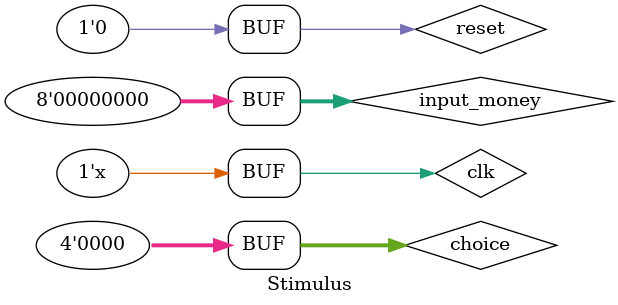
<source format=v>
module Stimulus();


reg clk, reset ;
reg [7:0] input_money ;
reg [3:0]  choice ;

wire [7:0] total_money ;
wire [3:0] give ; 
wire [7:0] refund ;


VendingMachine vm( input_money, choice, total_money, give, refund, clk, reset );


initial clk = 1'b1;
initial input_money = 8'b0 ;
initial choice = 3'b0 ;
always #5 clk = ~clk;

initial
begin
	
	reset = 1'b0 ;
	
	///*test1
	#10 input_money = 10 ;//投入十元
	#10 input_money = 1 ;//投入一元
	#10 input_money = 10 ;//投入十元
	#10 input_money = 0 ;
	#10 choice = 3 ;//選擇購買咖啡
	#10 choice = 0 ;
	//*/
	
	///*test2
	#10 input_money = 5 ;
	#10 input_money = 10 ;
	#10 input_money = 0 ;
	#10 reset = 1'b1 ;
	#5 reset = 1'b0 ;
	#5 input_money = 10 ;
	#10 input_money = 10 ;
	#10 input_money = 1 ;
	#10 input_money = 1 ;
	#10 input_money = 1 ;
	#10 input_money = 1 ;
	#10 input_money = 1 ;
	#10 input_money = 0 ;
	#10 choice = 4 ;
	#10 choice = 0 ;
	//*/
	
	///*test3
	#10 input_money = 5 ;
	#10 input_money = 10 ;
	#10 input_money = 0 ;
	#10 reset = 1'b1 ;
	#5 reset = 1'b0 ;
	#5 input_money = 10 ;
	#10 input_money = 10 ;
	#10 input_money = 0 ;
	#10 choice = 2 ;
	#10 choice = 0 ;
	#10 input_money = 10 ;
	#10 input_money = 10 ;
	#10 input_money = 0 ;
	#10 choice = 4 ;
	#10 choice = 0 ;
	#10 input_money = 10 ;
	#10 input_money = 0 ;
	#10 choice = 1 ;
	#10 choice = 0 ;
	#10 input_money = 50 ;
	#10 input_money = 0 ;
	#10 choice = 3 ;
	#10 choice = 0 ;
	//*/
end





endmodule
</source>
